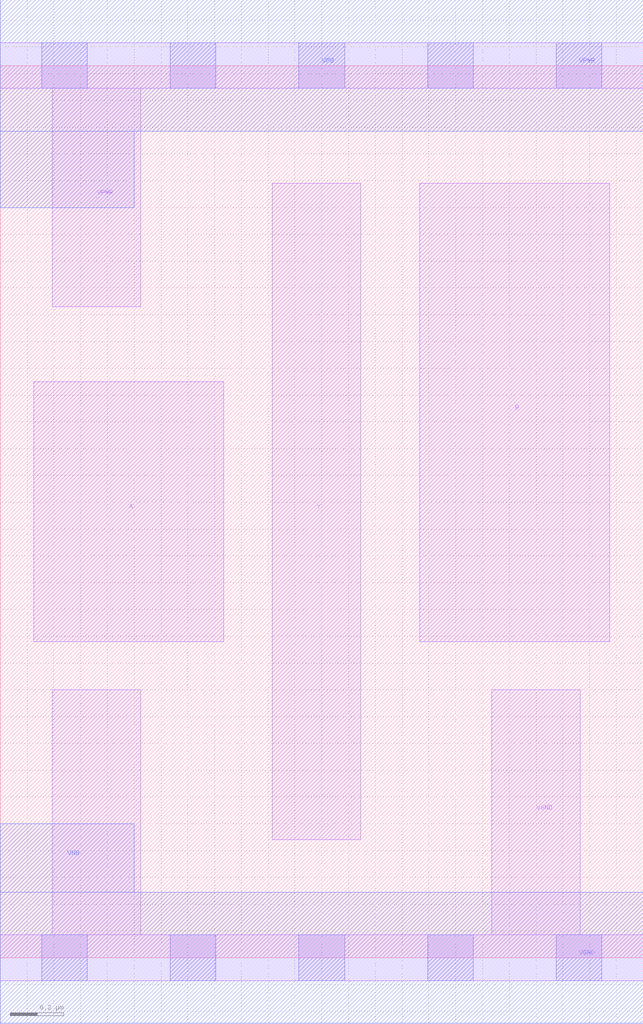
<source format=lef>
# Copyright 2020 The SkyWater PDK Authors
#
# Licensed under the Apache License, Version 2.0 (the "License");
# you may not use this file except in compliance with the License.
# You may obtain a copy of the License at
#
#     https://www.apache.org/licenses/LICENSE-2.0
#
# Unless required by applicable law or agreed to in writing, software
# distributed under the License is distributed on an "AS IS" BASIS,
# WITHOUT WARRANTIES OR CONDITIONS OF ANY KIND, either express or implied.
# See the License for the specific language governing permissions and
# limitations under the License.
#
# SPDX-License-Identifier: Apache-2.0

VERSION 5.7 ;
  NAMESCASESENSITIVE ON ;
  NOWIREEXTENSIONATPIN ON ;
  DIVIDERCHAR "/" ;
  BUSBITCHARS "[]" ;
UNITS
  DATABASE MICRONS 200 ;
END UNITS
MACRO sky130_fd_sc_lp__nor2_lp
  CLASS CORE ;
  SOURCE USER ;
  FOREIGN sky130_fd_sc_lp__nor2_lp ;
  ORIGIN  0.000000  0.000000 ;
  SIZE  2.400000 BY  3.330000 ;
  SYMMETRY X Y ;
  SITE unit ;
  PIN A
    ANTENNAGATEAREA  0.189000 ;
    DIRECTION INPUT ;
    USE SIGNAL ;
    PORT
      LAYER li1 ;
        RECT 0.125000 1.180000 0.835000 2.150000 ;
    END
  END A
  PIN B
    ANTENNAGATEAREA  0.189000 ;
    DIRECTION INPUT ;
    USE SIGNAL ;
    PORT
      LAYER li1 ;
        RECT 1.565000 1.180000 2.275000 2.890000 ;
    END
  END B
  PIN Y
    ANTENNADIFFAREA  0.237300 ;
    DIRECTION OUTPUT ;
    USE SIGNAL ;
    PORT
      LAYER li1 ;
        RECT 1.015000 0.440000 1.345000 2.890000 ;
    END
  END Y
  PIN VGND
    DIRECTION INOUT ;
    USE GROUND ;
    PORT
      LAYER li1 ;
        RECT 0.000000 -0.085000 2.400000 0.085000 ;
        RECT 0.195000  0.085000 0.525000 1.000000 ;
        RECT 1.835000  0.085000 2.165000 1.000000 ;
      LAYER mcon ;
        RECT 0.155000 -0.085000 0.325000 0.085000 ;
        RECT 0.635000 -0.085000 0.805000 0.085000 ;
        RECT 1.115000 -0.085000 1.285000 0.085000 ;
        RECT 1.595000 -0.085000 1.765000 0.085000 ;
        RECT 2.075000 -0.085000 2.245000 0.085000 ;
    END
  END VGND
  PIN VNB
    DIRECTION INOUT ;
    USE GROUND ;
    PORT
      LAYER met1 ;
        RECT 0.000000 -0.245000 2.400000 0.245000 ;
        RECT 0.000000  0.245000 0.500000 0.500000 ;
    END
  END VNB
  PIN VPB
    DIRECTION INOUT ;
    USE POWER ;
    PORT
      LAYER met1 ;
        RECT 0.000000 2.800000 0.500000 3.085000 ;
        RECT 0.000000 3.085000 2.400000 3.575000 ;
    END
  END VPB
  PIN VPWR
    DIRECTION INOUT ;
    USE POWER ;
    PORT
      LAYER li1 ;
        RECT 0.000000 3.245000 2.400000 3.415000 ;
        RECT 0.195000 2.430000 0.525000 3.245000 ;
      LAYER mcon ;
        RECT 0.155000 3.245000 0.325000 3.415000 ;
        RECT 0.635000 3.245000 0.805000 3.415000 ;
        RECT 1.115000 3.245000 1.285000 3.415000 ;
        RECT 1.595000 3.245000 1.765000 3.415000 ;
        RECT 2.075000 3.245000 2.245000 3.415000 ;
    END
  END VPWR
END sky130_fd_sc_lp__nor2_lp
END LIBRARY

</source>
